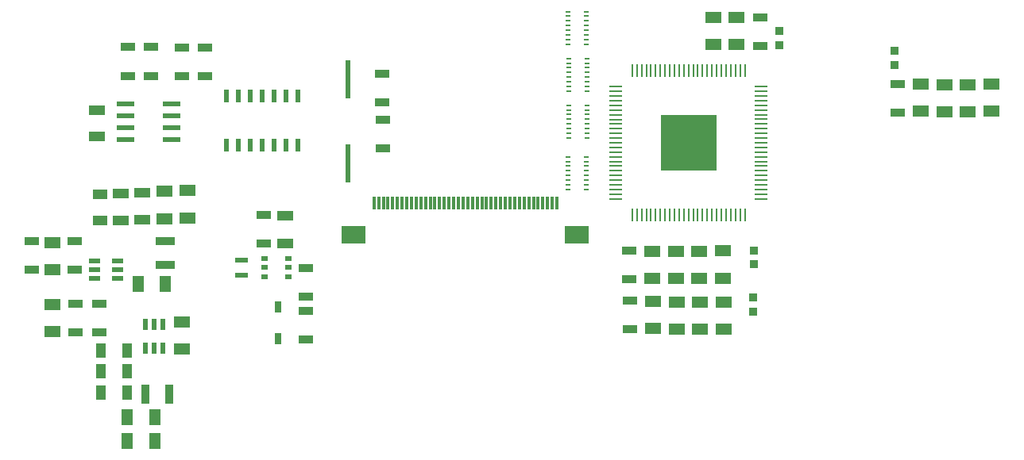
<source format=gtp>
%TF.GenerationSoftware,KiCad,Pcbnew,8.0.8*%
%TF.CreationDate,2025-02-24T22:18:03-07:00*%
%TF.ProjectId,ECE Capstone PCB Design,45434520-4361-4707-9374-6f6e65205043,rev?*%
%TF.SameCoordinates,Original*%
%TF.FileFunction,Paste,Top*%
%TF.FilePolarity,Positive*%
%FSLAX46Y46*%
G04 Gerber Fmt 4.6, Leading zero omitted, Abs format (unit mm)*
G04 Created by KiCad (PCBNEW 8.0.8) date 2025-02-24 22:18:03*
%MOMM*%
%LPD*%
G01*
G04 APERTURE LIST*
G04 Aperture macros list*
%AMRoundRect*
0 Rectangle with rounded corners*
0 $1 Rounding radius*
0 $2 $3 $4 $5 $6 $7 $8 $9 X,Y pos of 4 corners*
0 Add a 4 corners polygon primitive as box body*
4,1,4,$2,$3,$4,$5,$6,$7,$8,$9,$2,$3,0*
0 Add four circle primitives for the rounded corners*
1,1,$1+$1,$2,$3*
1,1,$1+$1,$4,$5*
1,1,$1+$1,$6,$7*
1,1,$1+$1,$8,$9*
0 Add four rect primitives between the rounded corners*
20,1,$1+$1,$2,$3,$4,$5,0*
20,1,$1+$1,$4,$5,$6,$7,0*
20,1,$1+$1,$6,$7,$8,$9,0*
20,1,$1+$1,$8,$9,$2,$3,0*%
G04 Aperture macros list end*
%ADD10R,1.447800X0.609600*%
%ADD11R,0.850900X2.006600*%
%ADD12R,1.752600X1.168400*%
%ADD13R,0.800001X0.549999*%
%ADD14R,0.584200X0.203200*%
%ADD15R,0.381000X1.346200*%
%ADD16R,2.540000X1.854200*%
%ADD17R,1.168400X1.803400*%
%ADD18R,1.600000X0.855600*%
%ADD19R,1.117600X1.600200*%
%ADD20R,1.803400X1.168400*%
%ADD21RoundRect,0.073750X0.551250X0.221250X-0.551250X0.221250X-0.551250X-0.221250X0.551250X-0.221250X0*%
%ADD22R,0.939800X0.965200*%
%ADD23R,2.006600X0.850900*%
%ADD24RoundRect,0.073750X-0.221250X0.551250X-0.221250X-0.551250X0.221250X-0.551250X0.221250X0.551250X0*%
%ADD25R,0.279400X1.473200*%
%ADD26R,1.473200X0.279400*%
%ADD27R,5.994400X5.994400*%
%ADD28R,1.701800X1.016000*%
%ADD29R,1.752600X1.016000*%
%ADD30R,1.600200X1.117600*%
%ADD31R,0.609600X4.114800*%
%ADD32R,1.981200X0.558800*%
%ADD33R,0.558800X1.397000*%
%ADD34R,1.168400X1.752600*%
%ADD35R,1.720000X1.050000*%
%ADD36R,0.762000X1.219200*%
G04 APERTURE END LIST*
D10*
%TO.C,L3*%
X151400000Y-76127901D03*
X151400000Y-74527701D03*
%TD*%
D11*
%TO.C,L2*%
X141223650Y-88860000D03*
X143776350Y-88860000D03*
%TD*%
D12*
%TO.C,C4*%
X204200000Y-51500000D03*
X204200000Y-48604400D03*
%TD*%
D13*
%TO.C,U6*%
X153924999Y-74377800D03*
X153924999Y-75327801D03*
X153924999Y-76277799D03*
X156474999Y-76277799D03*
X156474999Y-75327801D03*
X156474999Y-74377800D03*
%TD*%
D12*
%TO.C,C4*%
X201700000Y-51500000D03*
X201700000Y-48604400D03*
%TD*%
D14*
%TO.C,R11*%
X188200000Y-51500000D03*
X188200000Y-51000001D03*
X188200000Y-50500002D03*
X188200000Y-50000001D03*
X188200000Y-49500001D03*
X188200000Y-49000000D03*
X188200000Y-48500001D03*
X188200000Y-48000002D03*
X186269600Y-48000002D03*
X186269600Y-48500001D03*
X186269600Y-49000000D03*
X186269600Y-49500001D03*
X186269600Y-50000001D03*
X186269600Y-50500002D03*
X186269600Y-51000001D03*
X186269600Y-51500000D03*
%TD*%
D15*
%TO.C,J3*%
X165553398Y-68463100D03*
X166053524Y-68463100D03*
X166553650Y-68463100D03*
X167053776Y-68463100D03*
X167553902Y-68463100D03*
X168054028Y-68463100D03*
X168554154Y-68463100D03*
X169054280Y-68463100D03*
X169554406Y-68463100D03*
X170054532Y-68463100D03*
X170554658Y-68463100D03*
X171054784Y-68463100D03*
X171554910Y-68463100D03*
X172055036Y-68463100D03*
X172555162Y-68463100D03*
X173055288Y-68463100D03*
X173555414Y-68463100D03*
X174055540Y-68463100D03*
X174555666Y-68463100D03*
X175055792Y-68463100D03*
X175555918Y-68463100D03*
X176056044Y-68463100D03*
X176556170Y-68463100D03*
X177056296Y-68463100D03*
X177556422Y-68463100D03*
X178056548Y-68463100D03*
X178556674Y-68463100D03*
X179056800Y-68463100D03*
X179556926Y-68463100D03*
X180057052Y-68463100D03*
X180557178Y-68463100D03*
X181057304Y-68463100D03*
X181557430Y-68463100D03*
X182057556Y-68463100D03*
X182557682Y-68463100D03*
X183057808Y-68463100D03*
X183557934Y-68463100D03*
X184058060Y-68463100D03*
X184558186Y-68463100D03*
X185058312Y-68463100D03*
D16*
X163405856Y-71813101D03*
X187205854Y-71813101D03*
%TD*%
D17*
%TO.C,C1*%
X139253600Y-93800000D03*
X142200000Y-93800000D03*
%TD*%
D18*
%TO.C,C2*%
X192750000Y-73524399D03*
X192750000Y-76580001D03*
%TD*%
D12*
%TO.C,C4*%
X228852200Y-55804400D03*
X228852200Y-58700000D03*
%TD*%
D18*
%TO.C,C7*%
X166490000Y-59552199D03*
X166490000Y-62607801D03*
%TD*%
%TO.C,C2*%
X206700000Y-51660002D03*
X206700000Y-48604400D03*
%TD*%
D19*
%TO.C,R6*%
X136456800Y-86430000D03*
X139250800Y-86430000D03*
%TD*%
D20*
%TO.C,C1*%
X143200000Y-67153600D03*
X143200000Y-70100000D03*
%TD*%
D21*
%TO.C,U7*%
X138246400Y-76511900D03*
X138246400Y-75561900D03*
X138246400Y-74611900D03*
X135736400Y-74611900D03*
X135736400Y-75561900D03*
X135736400Y-76511900D03*
%TD*%
D12*
%TO.C,C4*%
X145106800Y-81104400D03*
X145106800Y-84000000D03*
%TD*%
D18*
%TO.C,C2*%
X192800000Y-78867799D03*
X192800000Y-81923401D03*
%TD*%
D12*
%TO.C,C4*%
X226352200Y-55804400D03*
X226352200Y-58700000D03*
%TD*%
D22*
%TO.C,FB1*%
X206000000Y-80049300D03*
X206000000Y-78550700D03*
%TD*%
D23*
%TO.C,L1*%
X143291400Y-72496850D03*
X143291400Y-75049550D03*
%TD*%
D24*
%TO.C,U5*%
X143099800Y-81430000D03*
X142149800Y-81430000D03*
X141199800Y-81430000D03*
X141199800Y-83940000D03*
X142149800Y-83940000D03*
X143099800Y-83940000D03*
%TD*%
D12*
%TO.C,C4*%
X131250000Y-82169999D03*
X131250000Y-79274399D03*
%TD*%
D18*
%TO.C,C6*%
X139330000Y-54857801D03*
X139330000Y-51802199D03*
%TD*%
D25*
%TO.C,U3*%
X205078400Y-54278400D03*
X204578400Y-54278400D03*
X204082200Y-54278400D03*
X203574200Y-54278400D03*
X203078400Y-54278400D03*
X202578400Y-54278400D03*
X202075600Y-54278400D03*
X201578400Y-54278400D03*
X201078400Y-54278400D03*
X200577000Y-54278400D03*
X200069000Y-54278400D03*
X199578400Y-54278400D03*
X199078400Y-54278400D03*
X198570400Y-54278400D03*
X198078400Y-54278400D03*
X197579800Y-54278400D03*
X197071800Y-54278400D03*
X196578400Y-54278400D03*
X196081200Y-54278400D03*
X195573200Y-54278400D03*
X195078400Y-54278400D03*
X194582600Y-54278400D03*
X194074600Y-54278400D03*
X193566600Y-54278400D03*
X193078400Y-54278400D03*
D26*
X191356800Y-56005600D03*
X191356800Y-56500000D03*
X191356800Y-56996200D03*
X191356800Y-57504200D03*
X191356800Y-58000000D03*
X191356800Y-58494800D03*
X191356800Y-59002800D03*
X191356800Y-59510800D03*
X191356800Y-60000000D03*
X191356800Y-60501400D03*
X191356800Y-61000000D03*
X191356800Y-61500000D03*
X191356800Y-62000000D03*
X191356800Y-62500000D03*
X191356800Y-63000000D03*
X191356800Y-63498600D03*
X191356800Y-64000000D03*
X191356800Y-64500000D03*
X191356800Y-64997200D03*
X191356800Y-65505200D03*
X191356800Y-66000000D03*
X191356800Y-66495800D03*
X191356800Y-67003800D03*
X191356800Y-67500000D03*
X191356800Y-68000000D03*
D25*
X193084000Y-69721600D03*
X193578400Y-69721600D03*
X194074600Y-69721600D03*
X194582600Y-69721600D03*
X195078400Y-69721600D03*
X195578400Y-69721600D03*
X196081200Y-69721600D03*
X196578400Y-69721600D03*
X197078400Y-69721600D03*
X197579800Y-69721600D03*
X198078400Y-69721600D03*
X198578400Y-69721600D03*
X199078400Y-69721600D03*
X199578400Y-69721600D03*
X200078400Y-69721600D03*
X200577000Y-69721600D03*
X201078400Y-69721600D03*
X201578400Y-69721600D03*
X202075600Y-69721600D03*
X202578400Y-69721600D03*
X203078400Y-69721600D03*
X203574200Y-69721600D03*
X204082200Y-69721600D03*
X204590200Y-69721600D03*
X205078400Y-69721600D03*
D26*
X206800000Y-68000000D03*
X206800000Y-67500000D03*
X206800000Y-67003800D03*
X206800000Y-66495800D03*
X206800000Y-66000000D03*
X206800000Y-65500000D03*
X206800000Y-64997200D03*
X206800000Y-64500000D03*
X206800000Y-64000000D03*
X206800000Y-63498600D03*
X206800000Y-63000000D03*
X206800000Y-62500000D03*
X206800000Y-62000000D03*
X206800000Y-61500000D03*
X206800000Y-61000000D03*
X206800000Y-60501400D03*
X206800000Y-60000000D03*
X206800000Y-59500000D03*
X206800000Y-59002800D03*
X206800000Y-58500000D03*
X206800000Y-58000000D03*
X206800000Y-57504200D03*
X206800000Y-56996200D03*
X206800000Y-56500000D03*
X206800000Y-56000000D03*
D27*
X199078400Y-62000000D03*
%TD*%
D14*
%TO.C,R10*%
X188250000Y-56500000D03*
X188250000Y-56000001D03*
X188250000Y-55500002D03*
X188250000Y-55000001D03*
X188250000Y-54500001D03*
X188250000Y-54000000D03*
X188250000Y-53500001D03*
X188250000Y-53000002D03*
X186319600Y-53000002D03*
X186319600Y-53500001D03*
X186319600Y-54000000D03*
X186319600Y-54500001D03*
X186319600Y-55000001D03*
X186319600Y-55500002D03*
X186319600Y-56000001D03*
X186319600Y-56500000D03*
%TD*%
D18*
%TO.C,C3*%
X153800000Y-72783403D03*
X153800000Y-69727801D03*
%TD*%
D12*
%TO.C,C4*%
X223852200Y-55752200D03*
X223852200Y-58647800D03*
%TD*%
%TO.C,C4*%
X195300000Y-78947800D03*
X195300000Y-81843400D03*
%TD*%
D28*
%TO.C,R8*%
X156074999Y-72725599D03*
X156074999Y-69829999D03*
%TD*%
D29*
%TO.C,R2*%
X140890000Y-67345200D03*
X140890000Y-70190000D03*
%TD*%
D30*
%TO.C,R4*%
X136340000Y-70266000D03*
X136340000Y-67472000D03*
%TD*%
D12*
%TO.C,C4*%
X200250000Y-73604400D03*
X200250000Y-76500000D03*
%TD*%
D18*
%TO.C,C2*%
X129100000Y-72534099D03*
X129100000Y-75589701D03*
%TD*%
D14*
%TO.C,R9*%
X188250000Y-61500000D03*
X188250000Y-61000001D03*
X188250000Y-60500002D03*
X188250000Y-60000001D03*
X188250000Y-59500001D03*
X188250000Y-59000000D03*
X188250000Y-58500001D03*
X188250000Y-58000002D03*
X186319600Y-58000002D03*
X186319600Y-58500001D03*
X186319600Y-59000000D03*
X186319600Y-59500001D03*
X186319600Y-60000001D03*
X186319600Y-60500002D03*
X186319600Y-61000001D03*
X186319600Y-61500000D03*
%TD*%
D12*
%TO.C,C4*%
X197800000Y-79000000D03*
X197800000Y-81895600D03*
%TD*%
D31*
%TO.C,CRSTL*%
X162800000Y-64200000D03*
X162800000Y-55208400D03*
%TD*%
D29*
%TO.C,R1*%
X136000000Y-58500000D03*
X136000000Y-61344800D03*
%TD*%
D19*
%TO.C,R5*%
X139250800Y-88650000D03*
X136456800Y-88650000D03*
%TD*%
D20*
%TO.C,C1*%
X145673200Y-67126800D03*
X145673200Y-70073200D03*
%TD*%
D19*
%TO.C,R7*%
X139247800Y-84190000D03*
X136453800Y-84190000D03*
%TD*%
D18*
%TO.C,C6*%
X147580000Y-54930000D03*
X147580000Y-51874398D03*
%TD*%
D32*
%TO.C,U2*%
X143963800Y-61705000D03*
X143963800Y-60435000D03*
X143963800Y-59165000D03*
X143963800Y-57895000D03*
X139036200Y-57895000D03*
X139036200Y-59165000D03*
X139036200Y-60435000D03*
X139036200Y-61705000D03*
%TD*%
D12*
%TO.C,C4*%
X231352200Y-55752200D03*
X231352200Y-58647800D03*
%TD*%
D17*
%TO.C,C1*%
X139253600Y-91300000D03*
X142200000Y-91300000D03*
%TD*%
D18*
%TO.C,C2*%
X221352200Y-55752200D03*
X221352200Y-58807802D03*
%TD*%
%TO.C,C7*%
X166460000Y-57707801D03*
X166460000Y-54652199D03*
%TD*%
D12*
%TO.C,C4*%
X195250000Y-73604400D03*
X195250000Y-76500000D03*
%TD*%
D22*
%TO.C,FB*%
X221000000Y-52201400D03*
X221000000Y-53700000D03*
%TD*%
%TO.C,FB*%
X208800000Y-51560002D03*
X208800000Y-50061402D03*
%TD*%
D18*
%TO.C,C2*%
X133700000Y-72534099D03*
X133700000Y-75589701D03*
%TD*%
D33*
%TO.C,U1*%
X149830000Y-62300000D03*
X151100000Y-62300000D03*
X152370000Y-62300000D03*
X153640000Y-62300000D03*
X154910000Y-62300000D03*
X156180000Y-62300000D03*
X157450000Y-62300000D03*
X157450000Y-56991400D03*
X156180000Y-56991400D03*
X154910000Y-56991400D03*
X153640000Y-56991400D03*
X152370000Y-56991400D03*
X151100000Y-56991400D03*
X149830000Y-56991400D03*
%TD*%
D18*
%TO.C,C2*%
X141830000Y-54857801D03*
X141830000Y-51802199D03*
%TD*%
D12*
%TO.C,C4*%
X202800000Y-79000000D03*
X202800000Y-81895600D03*
%TD*%
%TO.C,C4*%
X197750000Y-73604400D03*
X197750000Y-76500000D03*
%TD*%
%TO.C,C4*%
X131300000Y-72644300D03*
X131300000Y-75539900D03*
%TD*%
D34*
%TO.C,C4*%
X143291400Y-77073200D03*
X140395800Y-77073200D03*
%TD*%
D18*
%TO.C,C3*%
X158300000Y-82983403D03*
X158300000Y-79927801D03*
%TD*%
%TO.C,C2*%
X136250000Y-82250000D03*
X136250000Y-79194398D03*
%TD*%
%TO.C,C2*%
X145052199Y-54902199D03*
X145052199Y-51846597D03*
%TD*%
D12*
%TO.C,C4*%
X200300000Y-79000000D03*
X200300000Y-81895600D03*
%TD*%
D22*
%TO.C,FB*%
X206050000Y-73500700D03*
X206050000Y-74999300D03*
%TD*%
D18*
%TO.C,C2*%
X133750000Y-82250000D03*
X133750000Y-79194398D03*
%TD*%
%TO.C,C5*%
X158300000Y-75400000D03*
X158300000Y-78455602D03*
%TD*%
D12*
%TO.C,C4*%
X202750000Y-73552200D03*
X202750000Y-76447800D03*
%TD*%
D35*
%TO.C,R3*%
X138590000Y-70305200D03*
X138590000Y-67385200D03*
%TD*%
D14*
%TO.C,R12*%
X188200000Y-67000000D03*
X188200000Y-66500001D03*
X188200000Y-66000002D03*
X188200000Y-65500001D03*
X188200000Y-65000001D03*
X188200000Y-64500000D03*
X188200000Y-64000001D03*
X188200000Y-63500002D03*
X186269600Y-63500002D03*
X186269600Y-64000001D03*
X186269600Y-64500000D03*
X186269600Y-65000001D03*
X186269600Y-65500001D03*
X186269600Y-66000002D03*
X186269600Y-66500001D03*
X186269600Y-67000000D03*
%TD*%
D36*
%TO.C,D1*%
X155300000Y-82904201D03*
X155300000Y-79551401D03*
%TD*%
M02*

</source>
